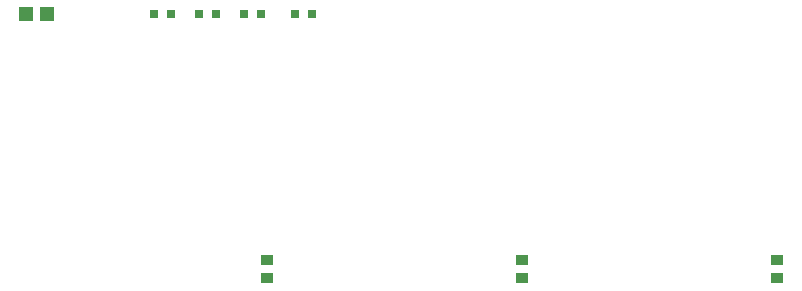
<source format=gbr>
G04 EAGLE Gerber RS-274X export*
G75*
%MOMM*%
%FSLAX34Y34*%
%LPD*%
%INSolderpaste Top*%
%IPPOS*%
%AMOC8*
5,1,8,0,0,1.08239X$1,22.5*%
G01*
%ADD10R,0.800000X0.800000*%
%ADD11R,1.031241X0.949959*%
%ADD12R,1.143000X1.270000*%


D10*
X132200Y292100D03*
X147200Y292100D03*
X170300Y292100D03*
X185300Y292100D03*
X208400Y292100D03*
X223400Y292100D03*
X251580Y292100D03*
X266580Y292100D03*
D11*
X228600Y68199D03*
X228600Y84201D03*
X444500Y68199D03*
X444500Y84201D03*
X660400Y68199D03*
X660400Y84201D03*
D12*
X41910Y292100D03*
X24130Y292100D03*
M02*

</source>
